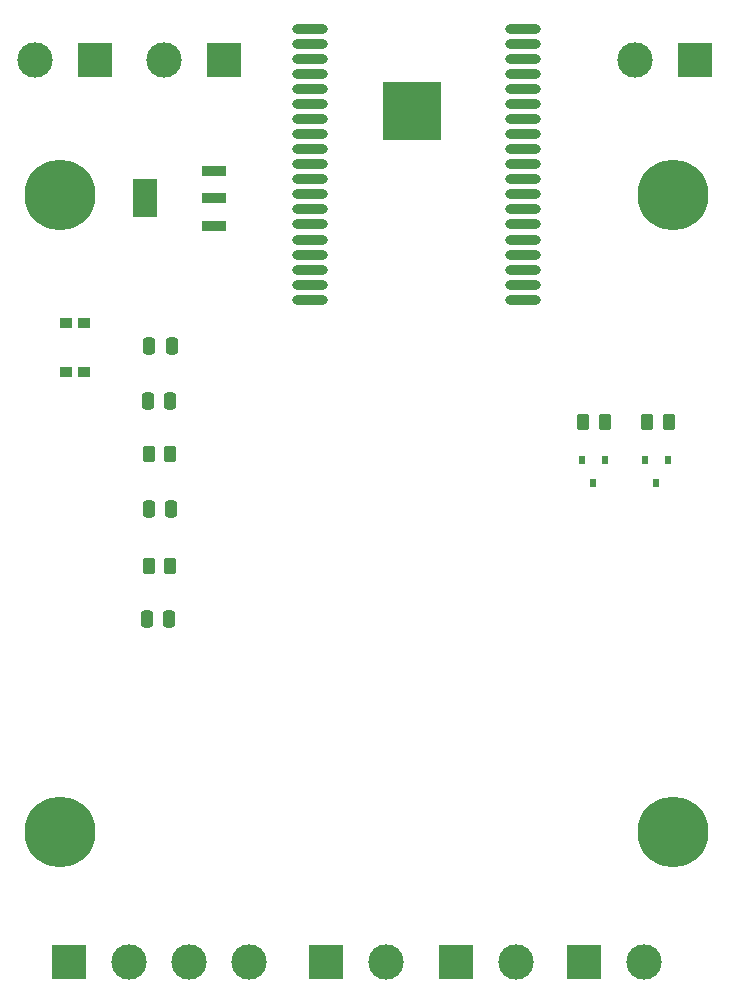
<source format=gts>
G04 #@! TF.GenerationSoftware,KiCad,Pcbnew,(6.0.1)*
G04 #@! TF.CreationDate,2022-04-27T15:55:03+02:00*
G04 #@! TF.ProjectId,PompController_brian,506f6d70-436f-46e7-9472-6f6c6c65725f,rev?*
G04 #@! TF.SameCoordinates,Original*
G04 #@! TF.FileFunction,Soldermask,Top*
G04 #@! TF.FilePolarity,Negative*
%FSLAX46Y46*%
G04 Gerber Fmt 4.6, Leading zero omitted, Abs format (unit mm)*
G04 Created by KiCad (PCBNEW (6.0.1)) date 2022-04-27 15:55:03*
%MOMM*%
%LPD*%
G01*
G04 APERTURE LIST*
G04 Aperture macros list*
%AMRoundRect*
0 Rectangle with rounded corners*
0 $1 Rounding radius*
0 $2 $3 $4 $5 $6 $7 $8 $9 X,Y pos of 4 corners*
0 Add a 4 corners polygon primitive as box body*
4,1,4,$2,$3,$4,$5,$6,$7,$8,$9,$2,$3,0*
0 Add four circle primitives for the rounded corners*
1,1,$1+$1,$2,$3*
1,1,$1+$1,$4,$5*
1,1,$1+$1,$6,$7*
1,1,$1+$1,$8,$9*
0 Add four rect primitives between the rounded corners*
20,1,$1+$1,$2,$3,$4,$5,0*
20,1,$1+$1,$4,$5,$6,$7,0*
20,1,$1+$1,$6,$7,$8,$9,0*
20,1,$1+$1,$8,$9,$2,$3,0*%
G04 Aperture macros list end*
%ADD10R,2.150000X0.950000*%
%ADD11R,2.150000X3.250000*%
%ADD12R,3.000000X3.000000*%
%ADD13C,3.000000*%
%ADD14RoundRect,0.250000X0.262500X0.450000X-0.262500X0.450000X-0.262500X-0.450000X0.262500X-0.450000X0*%
%ADD15R,1.000000X0.900000*%
%ADD16C,0.800000*%
%ADD17C,6.000000*%
%ADD18RoundRect,0.250000X-0.250000X-0.475000X0.250000X-0.475000X0.250000X0.475000X-0.250000X0.475000X0*%
%ADD19RoundRect,0.250000X0.250000X0.475000X-0.250000X0.475000X-0.250000X-0.475000X0.250000X-0.475000X0*%
%ADD20O,3.000000X0.900000*%
%ADD21R,5.000000X5.000000*%
%ADD22R,0.559000X0.724000*%
G04 APERTURE END LIST*
D10*
X69194000Y-48274000D03*
X69194000Y-45974000D03*
X69194000Y-43674000D03*
D11*
X63394000Y-45974000D03*
D12*
X89710000Y-110650000D03*
D13*
X94790000Y-110650000D03*
D14*
X65512500Y-67600000D03*
X63687500Y-67600000D03*
D15*
X56650000Y-56550000D03*
X56650000Y-60650000D03*
X58250000Y-56550000D03*
X58250000Y-60650000D03*
D14*
X107742500Y-64888000D03*
X105917500Y-64888000D03*
D16*
X56150000Y-43400000D03*
X54559010Y-47240990D03*
X54559010Y-44059010D03*
X53900000Y-45650000D03*
X57740990Y-44059010D03*
D17*
X56150000Y-45650000D03*
D16*
X58400000Y-45650000D03*
X56150000Y-47900000D03*
X57740990Y-47240990D03*
D14*
X65512500Y-77100000D03*
X63687500Y-77100000D03*
D12*
X78660000Y-110650000D03*
D13*
X83740000Y-110650000D03*
D12*
X59154000Y-34290000D03*
D13*
X54074000Y-34290000D03*
D14*
X102292500Y-64938000D03*
X100467500Y-64938000D03*
D18*
X63700000Y-72300000D03*
X65600000Y-72300000D03*
X63750000Y-58450000D03*
X65650000Y-58450000D03*
D19*
X65500000Y-63100000D03*
X63600000Y-63100000D03*
D12*
X70104000Y-34290000D03*
D13*
X65024000Y-34290000D03*
D20*
X77345000Y-31644000D03*
X77345000Y-32914000D03*
X77345000Y-34184000D03*
X77345000Y-35454000D03*
X77345000Y-36724000D03*
X77345000Y-37994000D03*
X77345000Y-39264000D03*
X77345000Y-40534000D03*
X77345000Y-41804000D03*
X77345000Y-43074000D03*
X77345000Y-44344000D03*
X77345000Y-45614000D03*
X77345000Y-46884000D03*
X77345000Y-48154000D03*
X77345000Y-49454000D03*
X77345000Y-50724000D03*
X77345000Y-51994000D03*
X77345000Y-53264000D03*
X77345000Y-54534000D03*
X95345000Y-54534000D03*
X95345000Y-53264000D03*
X95345000Y-51994000D03*
X95345000Y-50724000D03*
X95345000Y-49454000D03*
X95375000Y-48154000D03*
X95375000Y-46884000D03*
X95375000Y-45614000D03*
X95375000Y-44344000D03*
X95375000Y-43074000D03*
X95375000Y-41804000D03*
X95375000Y-40534000D03*
X95375000Y-39264000D03*
X95375000Y-37994000D03*
X95375000Y-36724000D03*
X95375000Y-35454000D03*
X95375000Y-34184000D03*
X95375000Y-32914000D03*
X95375000Y-31644000D03*
D16*
X85945000Y-40554000D03*
X83945000Y-40554000D03*
X83945000Y-36554000D03*
X84945000Y-38554000D03*
X84945000Y-37554000D03*
X86945000Y-36554000D03*
X83945000Y-37554000D03*
X86945000Y-38554000D03*
X84945000Y-39554000D03*
D21*
X85945000Y-38564000D03*
D16*
X86945000Y-40554000D03*
X87945000Y-39554000D03*
X85945000Y-39554000D03*
X87945000Y-37554000D03*
X83945000Y-39554000D03*
X86945000Y-37554000D03*
X84945000Y-40554000D03*
X87945000Y-36554000D03*
X87945000Y-38554000D03*
X86945000Y-39554000D03*
X84945000Y-36554000D03*
X85945000Y-37554000D03*
X85945000Y-38554000D03*
X83945000Y-38554000D03*
X87945000Y-40554000D03*
X85945000Y-36554000D03*
X110350000Y-99600000D03*
D17*
X108100000Y-99600000D03*
D16*
X109690990Y-98009010D03*
X108100000Y-97350000D03*
X109690990Y-101190990D03*
X108100000Y-101850000D03*
X106509010Y-101190990D03*
X106509010Y-98009010D03*
X105850000Y-99600000D03*
D19*
X65450000Y-81550000D03*
X63550000Y-81550000D03*
D12*
X56980000Y-110650000D03*
D13*
X62060000Y-110650000D03*
X67140000Y-110650000D03*
X72220000Y-110650000D03*
D16*
X110350000Y-45650000D03*
X109690990Y-47240990D03*
X106509010Y-47240990D03*
X106509010Y-44059010D03*
X109690990Y-44059010D03*
X108100000Y-47900000D03*
X105850000Y-45650000D03*
D17*
X108100000Y-45650000D03*
D16*
X108100000Y-43400000D03*
D22*
X107630000Y-68103500D03*
X105730000Y-68103500D03*
X106680000Y-70072500D03*
D12*
X100570000Y-110650000D03*
D13*
X105650000Y-110650000D03*
D12*
X109982000Y-34290000D03*
D13*
X104902000Y-34290000D03*
D22*
X102296000Y-68103500D03*
X100396000Y-68103500D03*
X101346000Y-70072500D03*
D16*
X56150000Y-97350000D03*
X56150000Y-101850000D03*
X57740990Y-101190990D03*
D17*
X56150000Y-99600000D03*
D16*
X54559010Y-98009010D03*
X54559010Y-101190990D03*
X53900000Y-99600000D03*
X58400000Y-99600000D03*
X57740990Y-98009010D03*
M02*

</source>
